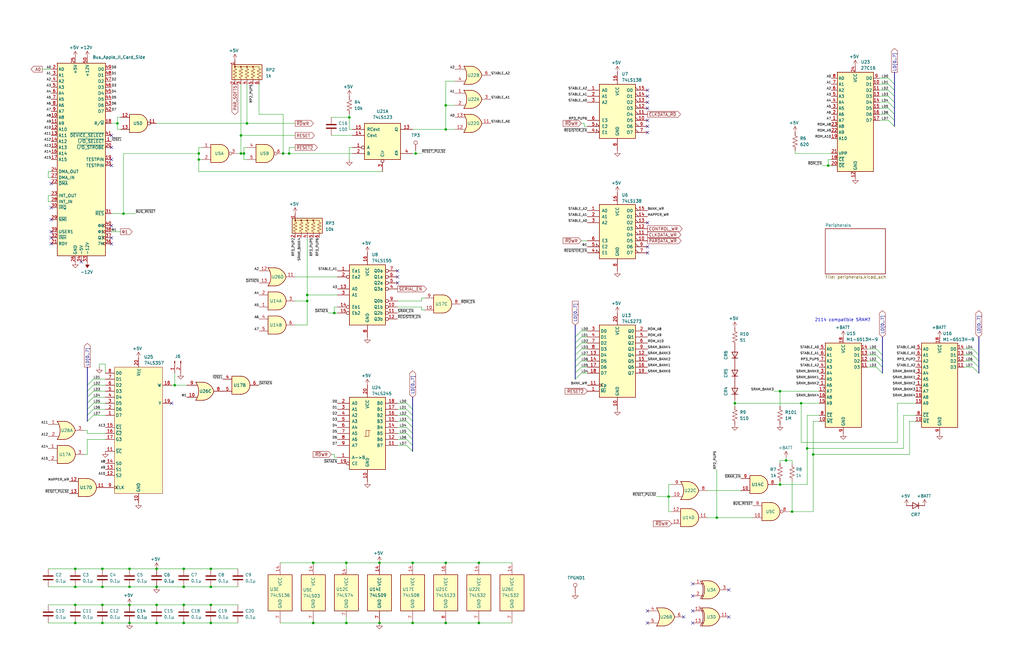
<source format=kicad_sch>
(kicad_sch (version 20231120) (generator "eeschema") (generator_version "8.0")
  (paper "USLedger")
  (title_block (title "Mountain Computer CPS Multifunction Card") (date "2024-08-20") (comment 2 "captured by Mark Aikens") (comment 3 "by Mountain Computer") (comment 4 "Multifunction Clock/Parallel/Serial interface for Apple II"))
  (junction (at 349.25 69.85))
  (junction (at 31.75 262.89))
  (junction (at 340.36 189.23))
  (junction (at 43.18 262.89))
  (junction (at 31.75 255.27))
  (junction (at 187.96 54.61))
  (junction (at 302.26 218.44))
  (junction (at 102.87 64.77))
  (junction (at 52.07 90.17))
  (junction (at 173.99 262.89))
  (junction (at 121.92 64.77))
  (junction (at 342.9 191.77))
  (junction (at 77.47 262.89))
  (junction (at 54.61 255.27))
  (junction (at 66.04 262.89))
  (junction (at 119.38 64.77))
  (junction (at 54.61 262.89))
  (junction (at 175.26 64.77))
  (junction (at 129.54 127))
  (junction (at 83.82 64.77))
  (junction (at 146.05 262.89))
  (junction (at 337.82 170.18))
  (junction (at 101.6 57.15))
  (junction (at 146.05 237.49))
  (junction (at 88.9 255.27))
  (junction (at 88.9 240.03))
  (junction (at 201.93 262.89))
  (junction (at 73.66 162.56))
  (junction (at 328.93 165.1))
  (junction (at 31.75 247.65))
  (junction (at 129.54 124.46))
  (junction (at 77.47 247.65))
  (junction (at 147.32 49.53))
  (junction (at 83.82 67.31))
  (junction (at 43.18 255.27))
  (junction (at 31.75 240.03))
  (junction (at 328.93 204.47))
  (junction (at 66.04 247.65))
  (junction (at 331.47 194.31))
  (junction (at 66.04 240.03))
  (junction (at 54.61 247.65))
  (junction (at 140.97 132.08))
  (junction (at 43.18 240.03))
  (junction (at 43.18 247.65))
  (junction (at 132.08 237.49))
  (junction (at 187.96 262.89))
  (junction (at 104.14 52.07))
  (junction (at 66.04 255.27))
  (junction (at 173.99 237.49))
  (junction (at 201.93 237.49))
  (junction (at 54.61 240.03))
  (junction (at 281.94 209.55))
  (junction (at 77.47 240.03))
  (junction (at 77.47 255.27))
  (junction (at 88.9 262.89))
  (junction (at 334.01 215.9))
  (junction (at 309.88 170.18))
  (junction (at 132.08 262.89))
  (junction (at 160.02 262.89))
  (junction (at 187.96 237.49))
  (junction (at 49.53 52.07))
  (junction (at 88.9 247.65))
  (junction (at 187.96 44.45))
  (junction (at 160.02 237.49))
  (junction (at 101.6 64.77))
  (no_connect (at 273.05 262.89))
  (no_connect (at 273.05 55.88))
  (no_connect (at 273.05 45.72))
  (no_connect (at 273.05 40.64))
  (no_connect (at 292.1 257.81))
  (no_connect (at 273.05 104.14))
  (no_connect (at 307.34 248.92))
  (no_connect (at 21.59 77.47))
  (no_connect (at 34.29 110.49))
  (no_connect (at 273.05 257.81))
  (no_connect (at 46.99 62.23))
  (no_connect (at 21.59 87.63))
  (no_connect (at 167.64 116.84))
  (no_connect (at 273.05 93.98))
  (no_connect (at 46.99 67.31))
  (no_connect (at 273.05 50.8))
  (no_connect (at 292.1 246.38))
  (no_connect (at 167.64 114.3))
  (no_connect (at 21.59 102.87))
  (no_connect (at 21.59 97.79))
  (no_connect (at 273.05 38.1))
  (no_connect (at 273.05 53.34))
  (no_connect (at 46.99 95.25))
  (no_connect (at 273.05 106.68))
  (no_connect (at 167.64 119.38))
  (no_connect (at 288.29 260.35))
  (no_connect (at 46.99 102.87))
  (no_connect (at 292.1 251.46))
  (no_connect (at 273.05 43.18))
  (no_connect (at 46.99 100.33))
  (no_connect (at 46.99 57.15))
  (no_connect (at 21.59 92.71))
  (no_connect (at 21.59 100.33))
  (no_connect (at 46.99 69.85))
  (no_connect (at 307.34 260.35))
  (no_connect (at 292.1 262.89))
  (no_connect (at 72.39 170.18))
  (bus_entry (at 374.65 40.64) (size 2.54 2.54))
  (bus_entry (at 171.45 172.72) (size 2.54 2.54))
  (bus_entry (at 410.21 154.94) (size 2.54 2.54))
  (bus_entry (at 410.21 149.86) (size 2.54 2.54))
  (bus_entry (at 245.11 149.86) (size -2.54 2.54))
  (bus_entry (at 171.45 187.96) (size 2.54 2.54))
  (bus_entry (at 171.45 170.18) (size 2.54 2.54))
  (bus_entry (at 374.65 35.56) (size 2.54 2.54))
  (bus_entry (at 39.37 172.72) (size -2.54 2.54))
  (bus_entry (at 374.65 43.18) (size 2.54 2.54))
  (bus_entry (at 171.45 185.42) (size 2.54 2.54))
  (bus_entry (at 374.65 45.72) (size 2.54 2.54))
  (bus_entry (at 39.37 167.64) (size -2.54 2.54))
  (bus_entry (at 39.37 165.1) (size -2.54 2.54))
  (bus_entry (at 245.11 144.78) (size -2.54 2.54))
  (bus_entry (at 410.21 152.4) (size 2.54 2.54))
  (bus_entry (at 245.11 152.4) (size -2.54 2.54))
  (bus_entry (at 374.65 50.8) (size 2.54 2.54))
  (bus_entry (at 374.65 48.26) (size 2.54 2.54))
  (bus_entry (at 374.65 33.02) (size 2.54 2.54))
  (bus_entry (at 39.37 160.02) (size -2.54 2.54))
  (bus_entry (at 369.57 149.86) (size 2.54 2.54))
  (bus_entry (at 369.57 152.4) (size 2.54 2.54))
  (bus_entry (at 39.37 162.56) (size -2.54 2.54))
  (bus_entry (at 39.37 175.26) (size -2.54 2.54))
  (bus_entry (at 171.45 180.34) (size 2.54 2.54))
  (bus_entry (at 410.21 147.32) (size 2.54 2.54))
  (bus_entry (at 171.45 175.26) (size 2.54 2.54))
  (bus_entry (at 245.11 147.32) (size -2.54 2.54))
  (bus_entry (at 171.45 182.88) (size 2.54 2.54))
  (bus_entry (at 171.45 177.8) (size 2.54 2.54))
  (bus_entry (at 369.57 147.32) (size 2.54 2.54))
  (bus_entry (at 245.11 142.24) (size -2.54 2.54))
  (bus_entry (at 245.11 154.94) (size -2.54 2.54))
  (bus_entry (at 245.11 157.48) (size -2.54 2.54))
  (bus_entry (at 369.57 154.94) (size 2.54 2.54))
  (bus_entry (at 39.37 170.18) (size -2.54 2.54))
  (bus_entry (at 374.65 38.1) (size 2.54 2.54))
  (bus_entry (at 245.11 139.7) (size -2.54 2.54))
  (wire (pts (xy 44.45 153.67) (xy 44.45 157.48)))
  (wire (pts (xy 167.64 177.8) (xy 171.45 177.8)))
  (wire (pts (xy 245.11 154.94) (xy 247.65 154.94)))
  (wire (pts (xy 302.26 198.12) (xy 302.26 218.44)))
  (bus (pts (xy 36.83 154.94) (xy 36.83 162.56)))
  (wire (pts (xy 350.52 69.85) (xy 349.25 69.85)))
  (wire (pts (xy 187.96 44.45) (xy 191.77 44.45)))
  (wire (pts (xy 406.4 152.4) (xy 410.21 152.4)))
  (wire (pts (xy 35.56 181.61) (xy 36.83 181.61)))
  (wire (pts (xy 35.56 191.77) (xy 36.83 191.77)))
  (bus (pts (xy 377.19 40.64) (xy 377.19 43.18)))
  (wire (pts (xy 327.66 204.47) (xy 328.93 204.47)))
  (wire (pts (xy 140.97 129.54) (xy 142.24 129.54)))
  (bus (pts (xy 36.83 165.1) (xy 36.83 167.64)))
  (wire (pts (xy 52.07 90.17) (xy 46.99 90.17)))
  (wire (pts (xy 46.99 97.79) (xy 50.8 97.79)))
  (wire (pts (xy 187.96 34.29) (xy 187.96 44.45)))
  (bus (pts (xy 377.19 43.18) (xy 377.19 45.72)))
  (wire (pts (xy 281.94 209.55) (xy 281.94 215.9)))
  (wire (pts (xy 83.82 72.39) (xy 161.29 72.39)))
  (wire (pts (xy 334.01 203.2) (xy 334.01 215.9)))
  (wire (pts (xy 167.64 175.26) (xy 171.45 175.26)))
  (wire (pts (xy 281.94 204.47) (xy 281.94 209.55)))
  (wire (pts (xy 139.7 49.53) (xy 147.32 49.53)))
  (wire (pts (xy 21.59 72.39) (xy 20.32 72.39)))
  (wire (pts (xy 52.07 90.17) (xy 57.15 90.17)))
  (wire (pts (xy 102.87 67.31) (xy 102.87 64.77)))
  (wire (pts (xy 77.47 240.03) (xy 88.9 240.03)))
  (wire (pts (xy 101.6 57.15) (xy 124.46 57.15)))
  (wire (pts (xy 39.37 165.1) (xy 44.45 165.1)))
  (wire (pts (xy 302.26 218.44) (xy 317.5 218.44)))
  (wire (pts (xy 337.82 170.18) (xy 337.82 186.69)))
  (wire (pts (xy 49.53 49.53) (xy 49.53 52.07)))
  (wire (pts (xy 118.11 237.49) (xy 132.08 237.49)))
  (wire (pts (xy 129.54 124.46) (xy 142.24 124.46)))
  (wire (pts (xy 36.83 191.77) (xy 36.83 185.42)))
  (wire (pts (xy 49.53 52.07) (xy 49.53 54.61)))
  (wire (pts (xy 245.11 101.6) (xy 247.65 101.6)))
  (wire (pts (xy 365.76 147.32) (xy 369.57 147.32)))
  (wire (pts (xy 129.54 100.33) (xy 129.54 124.46)))
  (wire (pts (xy 31.75 240.03) (xy 43.18 240.03)))
  (wire (pts (xy 118.11 262.89) (xy 132.08 262.89)))
  (bus (pts (xy 412.75 142.24) (xy 412.75 149.86)))
  (bus (pts (xy 377.19 30.48) (xy 377.19 35.56)))
  (wire (pts (xy 147.32 48.26) (xy 147.32 49.53)))
  (wire (pts (xy 66.04 247.65) (xy 77.47 247.65)))
  (wire (pts (xy 49.53 54.61) (xy 50.8 54.61)))
  (bus (pts (xy 377.19 48.26) (xy 377.19 50.8)))
  (wire (pts (xy 140.97 132.08) (xy 142.24 132.08)))
  (wire (pts (xy 85.09 62.23) (xy 83.82 62.23)))
  (wire (pts (xy 247.65 53.34) (xy 246.38 53.34)))
  (wire (pts (xy 334.01 215.9) (xy 342.9 215.9)))
  (wire (pts (xy 73.66 162.56) (xy 78.74 162.56)))
  (bus (pts (xy 372.11 152.4) (xy 372.11 154.94)))
  (wire (pts (xy 104.14 67.31) (xy 102.87 67.31)))
  (bus (pts (xy 242.57 157.48) (xy 242.57 160.02)))
  (wire (pts (xy 160.02 237.49) (xy 173.99 237.49)))
  (wire (pts (xy 39.37 170.18) (xy 44.45 170.18)))
  (wire (pts (xy 109.22 35.56) (xy 109.22 48.26)))
  (wire (pts (xy 44.45 153.67) (xy 41.91 153.67)))
  (bus (pts (xy 173.99 185.42) (xy 173.99 187.96)))
  (wire (pts (xy 50.8 49.53) (xy 49.53 49.53)))
  (wire (pts (xy 147.32 54.61) (xy 148.59 54.61)))
  (wire (pts (xy 160.02 262.89) (xy 173.99 262.89)))
  (wire (pts (xy 340.36 175.26) (xy 340.36 189.23)))
  (wire (pts (xy 139.7 191.77) (xy 140.97 191.77)))
  (wire (pts (xy 124.46 137.16) (xy 129.54 137.16)))
  (wire (pts (xy 245.11 147.32) (xy 247.65 147.32)))
  (bus (pts (xy 377.19 38.1) (xy 377.19 40.64)))
  (bus (pts (xy 242.57 142.24) (xy 242.57 144.78)))
  (wire (pts (xy 39.37 175.26) (xy 44.45 175.26)))
  (wire (pts (xy 83.82 62.23) (xy 83.82 64.77)))
  (wire (pts (xy 370.84 45.72) (xy 374.65 45.72)))
  (wire (pts (xy 381 189.23) (xy 381 175.26)))
  (bus (pts (xy 372.11 142.24) (xy 372.11 149.86)))
  (wire (pts (xy 370.84 38.1) (xy 374.65 38.1)))
  (wire (pts (xy 41.91 153.67) (xy 41.91 154.94)))
  (wire (pts (xy 340.36 189.23) (xy 381 189.23)))
  (wire (pts (xy 121.92 64.77) (xy 119.38 64.77)))
  (wire (pts (xy 328.93 203.2) (xy 328.93 204.47)))
  (bus (pts (xy 242.57 154.94) (xy 242.57 157.48)))
  (wire (pts (xy 167.64 172.72) (xy 171.45 172.72)))
  (wire (pts (xy 383.54 191.77) (xy 383.54 177.8)))
  (wire (pts (xy 20.32 74.93) (xy 21.59 74.93)))
  (wire (pts (xy 31.75 247.65) (xy 43.18 247.65)))
  (wire (pts (xy 121.92 62.23) (xy 121.92 64.77)))
  (wire (pts (xy 138.43 132.08) (xy 140.97 132.08)))
  (wire (pts (xy 121.92 62.23) (xy 124.46 62.23)))
  (wire (pts (xy 298.45 218.44) (xy 302.26 218.44)))
  (wire (pts (xy 370.84 50.8) (xy 374.65 50.8)))
  (wire (pts (xy 121.92 64.77) (xy 148.59 64.77)))
  (wire (pts (xy 365.76 154.94) (xy 369.57 154.94)))
  (wire (pts (xy 72.39 162.56) (xy 73.66 162.56)))
  (bus (pts (xy 173.99 167.64) (xy 173.99 172.72)))
  (wire (pts (xy 147.32 62.23) (xy 147.32 67.31)))
  (wire (pts (xy 132.08 237.49) (xy 146.05 237.49)))
  (wire (pts (xy 281.94 204.47) (xy 283.21 204.47)))
  (wire (pts (xy 46.99 52.07) (xy 49.53 52.07)))
  (wire (pts (xy 102.87 64.77) (xy 102.87 62.23)))
  (wire (pts (xy 350.52 64.77) (xy 335.28 64.77)))
  (bus (pts (xy 372.11 149.86) (xy 372.11 152.4)))
  (wire (pts (xy 77.47 262.89) (xy 88.9 262.89)))
  (bus (pts (xy 372.11 154.94) (xy 372.11 157.48)))
  (wire (pts (xy 177.8 125.73) (xy 177.8 127)))
  (wire (pts (xy 331.47 194.31) (xy 334.01 194.31)))
  (wire (pts (xy 201.93 262.89) (xy 215.9 262.89)))
  (wire (pts (xy 177.8 129.54) (xy 177.8 130.81)))
  (wire (pts (xy 370.84 43.18) (xy 374.65 43.18)))
  (bus (pts (xy 242.57 144.78) (xy 242.57 147.32)))
  (wire (pts (xy 167.64 182.88) (xy 171.45 182.88)))
  (wire (pts (xy 119.38 48.26) (xy 119.38 64.77)))
  (wire (pts (xy 83.82 67.31) (xy 83.82 64.77)))
  (wire (pts (xy 20.32 72.39) (xy 20.32 74.93)))
  (wire (pts (xy 39.37 167.64) (xy 44.45 167.64)))
  (wire (pts (xy 20.32 255.27) (xy 31.75 255.27)))
  (bus (pts (xy 412.75 149.86) (xy 412.75 152.4)))
  (wire (pts (xy 167.64 129.54) (xy 177.8 129.54)))
  (wire (pts (xy 66.04 262.89) (xy 77.47 262.89)))
  (wire (pts (xy 20.32 240.03) (xy 31.75 240.03)))
  (wire (pts (xy 337.82 170.18) (xy 345.44 170.18)))
  (wire (pts (xy 146.05 237.49) (xy 146.05 240.03)))
  (bus (pts (xy 36.83 172.72) (xy 36.83 175.26)))
  (bus (pts (xy 173.99 172.72) (xy 173.99 175.26)))
  (wire (pts (xy 132.08 262.89) (xy 146.05 262.89)))
  (wire (pts (xy 173.99 54.61) (xy 187.96 54.61)))
  (wire (pts (xy 340.36 189.23) (xy 340.36 204.47)))
  (wire (pts (xy 328.93 165.1) (xy 345.44 165.1)))
  (wire (pts (xy 54.61 255.27) (xy 66.04 255.27)))
  (wire (pts (xy 298.45 207.01) (xy 312.42 207.01)))
  (wire (pts (xy 88.9 262.89) (xy 100.33 262.89)))
  (wire (pts (xy 20.32 85.09) (xy 21.59 85.09)))
  (wire (pts (xy 173.99 262.89) (xy 187.96 262.89)))
  (wire (pts (xy 177.8 130.81) (xy 179.07 130.81)))
  (wire (pts (xy 102.87 62.23) (xy 104.14 62.23)))
  (wire (pts (xy 386.08 170.18) (xy 378.46 170.18)))
  (wire (pts (xy 146.05 260.35) (xy 146.05 262.89)))
  (wire (pts (xy 124.46 116.84) (xy 142.24 116.84)))
  (wire (pts (xy 309.88 168.91) (xy 309.88 170.18)))
  (wire (pts (xy 337.82 186.69) (xy 378.46 186.69)))
  (bus (pts (xy 242.57 149.86) (xy 242.57 152.4)))
  (wire (pts (xy 406.4 147.32) (xy 410.21 147.32)))
  (wire (pts (xy 342.9 177.8) (xy 342.9 191.77)))
  (wire (pts (xy 187.96 262.89) (xy 201.93 262.89)))
  (wire (pts (xy 146.05 262.89) (xy 160.02 262.89)))
  (wire (pts (xy 147.32 62.23) (xy 148.59 62.23)))
  (wire (pts (xy 43.18 255.27) (xy 54.61 255.27)))
  (wire (pts (xy 85.09 67.31) (xy 83.82 67.31)))
  (wire (pts (xy 378.46 170.18) (xy 378.46 186.69)))
  (wire (pts (xy 101.6 64.77) (xy 102.87 64.77)))
  (wire (pts (xy 342.9 191.77) (xy 342.9 215.9)))
  (wire (pts (xy 88.9 240.03) (xy 100.33 240.03)))
  (wire (pts (xy 187.96 237.49) (xy 201.93 237.49)))
  (wire (pts (xy 20.32 262.89) (xy 31.75 262.89)))
  (wire (pts (xy 77.47 255.27) (xy 88.9 255.27)))
  (wire (pts (xy 175.26 64.77) (xy 173.99 64.77)))
  (wire (pts (xy 20.32 247.65) (xy 31.75 247.65)))
  (wire (pts (xy 77.47 247.65) (xy 88.9 247.65)))
  (bus (pts (xy 173.99 180.34) (xy 173.99 182.88)))
  (wire (pts (xy 54.61 247.65) (xy 66.04 247.65)))
  (wire (pts (xy 173.99 237.49) (xy 187.96 237.49)))
  (wire (pts (xy 187.96 54.61) (xy 191.77 54.61)))
  (bus (pts (xy 173.99 177.8) (xy 173.99 180.34)))
  (wire (pts (xy 370.84 48.26) (xy 374.65 48.26)))
  (wire (pts (xy 66.04 255.27) (xy 77.47 255.27)))
  (wire (pts (xy 276.86 209.55) (xy 281.94 209.55)))
  (bus (pts (xy 173.99 182.88) (xy 173.99 185.42)))
  (wire (pts (xy 36.83 185.42) (xy 44.45 185.42)))
  (wire (pts (xy 140.97 129.54) (xy 140.97 132.08)))
  (wire (pts (xy 340.36 175.26) (xy 345.44 175.26)))
  (bus (pts (xy 36.83 175.26) (xy 36.83 177.8)))
  (wire (pts (xy 17.78 29.21) (xy 21.59 29.21)))
  (wire (pts (xy 406.4 154.94) (xy 410.21 154.94)))
  (bus (pts (xy 36.83 170.18) (xy 36.83 172.72)))
  (wire (pts (xy 109.22 48.26) (xy 119.38 48.26)))
  (wire (pts (xy 309.88 170.18) (xy 337.82 170.18)))
  (wire (pts (xy 124.46 127) (xy 129.54 127)))
  (wire (pts (xy 54.61 240.03) (xy 66.04 240.03)))
  (bus (pts (xy 377.19 35.56) (xy 377.19 38.1)))
  (wire (pts (xy 129.54 124.46) (xy 129.54 127)))
  (wire (pts (xy 187.96 54.61) (xy 187.96 44.45)))
  (bus (pts (xy 242.57 137.16) (xy 242.57 142.24)))
  (wire (pts (xy 39.37 162.56) (xy 44.45 162.56)))
  (wire (pts (xy 177.8 125.73) (xy 179.07 125.73)))
  (wire (pts (xy 167.64 170.18) (xy 171.45 170.18)))
  (wire (pts (xy 20.32 82.55) (xy 20.32 85.09)))
  (wire (pts (xy 167.64 185.42) (xy 171.45 185.42)))
  (wire (pts (xy 139.7 57.15) (xy 148.59 57.15)))
  (wire (pts (xy 52.07 90.17) (xy 52.07 64.77)))
  (wire (pts (xy 370.84 33.02) (xy 374.65 33.02)))
  (wire (pts (xy 281.94 215.9) (xy 283.21 215.9)))
  (wire (pts (xy 52.07 64.77) (xy 83.82 64.77)))
  (wire (pts (xy 370.84 35.56) (xy 374.65 35.56)))
  (wire (pts (xy 104.14 35.56) (xy 104.14 52.07)))
  (wire (pts (xy 335.28 64.77) (xy 335.28 63.5)))
  (wire (pts (xy 245.11 157.48) (xy 247.65 157.48)))
  (wire (pts (xy 309.88 170.18) (xy 309.88 171.45)))
  (wire (pts (xy 328.93 204.47) (xy 340.36 204.47)))
  (wire (pts (xy 140.97 193.04) (xy 142.24 193.04)))
  (wire (pts (xy 191.77 34.29) (xy 187.96 34.29)))
  (wire (pts (xy 345.44 177.8) (xy 342.9 177.8)))
  (wire (pts (xy 101.6 35.56) (xy 101.6 57.15)))
  (bus (pts (xy 412.75 152.4) (xy 412.75 154.94)))
  (wire (pts (xy 39.37 160.02) (xy 44.45 160.02)))
  (wire (pts (xy 328.93 194.31) (xy 328.93 195.58)))
  (wire (pts (xy 43.18 247.65) (xy 54.61 247.65)))
  (wire (pts (xy 334.01 194.31) (xy 334.01 195.58)))
  (wire (pts (xy 54.61 262.89) (xy 66.04 262.89)))
  (wire (pts (xy 66.04 240.03) (xy 77.47 240.03)))
  (wire (pts (xy 146.05 237.49) (xy 160.02 237.49)))
  (wire (pts (xy 167.64 180.34) (xy 171.45 180.34)))
  (wire (pts (xy 100.33 64.77) (xy 101.6 64.77)))
  (bus (pts (xy 173.99 187.96) (xy 173.99 190.5)))
  (wire (pts (xy 31.75 255.27) (xy 43.18 255.27)))
  (bus (pts (xy 242.57 147.32) (xy 242.57 149.86)))
  (wire (pts (xy 83.82 72.39) (xy 83.82 67.31)))
  (wire (pts (xy 283.21 209.55) (xy 281.94 209.55)))
  (wire (pts (xy 245.11 152.4) (xy 247.65 152.4)))
  (bus (pts (xy 36.83 167.64) (xy 36.83 170.18)))
  (wire (pts (xy 370.84 40.64) (xy 374.65 40.64)))
  (wire (pts (xy 331.47 193.04) (xy 331.47 194.31)))
  (wire (pts (xy 381 175.26) (xy 386.08 175.26)))
  (wire (pts (xy 326.39 165.1) (xy 328.93 165.1)))
  (wire (pts (xy 129.54 127) (xy 129.54 137.16)))
  (wire (pts (xy 175.26 63.5) (xy 175.26 64.77)))
  (wire (pts (xy 36.83 182.88) (xy 44.45 182.88)))
  (wire (pts (xy 88.9 247.65) (xy 100.33 247.65)))
  (bus (pts (xy 173.99 175.26) (xy 173.99 177.8)))
  (wire (pts (xy 167.64 187.96) (xy 171.45 187.96)))
  (wire (pts (xy 328.93 194.31) (xy 331.47 194.31)))
  (wire (pts (xy 101.6 64.77) (xy 101.6 57.15)))
  (wire (pts (xy 177.8 127) (xy 167.64 127)))
  (wire (pts (xy 245.11 142.24) (xy 247.65 142.24)))
  (wire (pts (xy 175.26 64.77) (xy 177.8 64.77)))
  (wire (pts (xy 406.4 149.86) (xy 410.21 149.86)))
  (wire (pts (xy 342.9 191.77) (xy 383.54 191.77)))
  (wire (pts (xy 245.11 149.86) (xy 247.65 149.86)))
  (wire (pts (xy 31.75 262.89) (xy 43.18 262.89)))
  (wire (pts (xy 328.93 165.1) (xy 328.93 171.45)))
  (bus (pts (xy 377.19 45.72) (xy 377.19 48.26)))
  (wire (pts (xy 245.11 52.07) (xy 246.38 52.07)))
  (wire (pts (xy 346.71 69.85) (xy 349.25 69.85)))
  (bus (pts (xy 242.57 152.4) (xy 242.57 154.94)))
  (wire (pts (xy 365.76 149.86) (xy 369.57 149.86)))
  (wire (pts (xy 245.11 144.78) (xy 247.65 144.78)))
  (wire (pts (xy 43.18 240.03) (xy 54.61 240.03)))
  (wire (pts (xy 39.37 172.72) (xy 44.45 172.72)))
  (wire (pts (xy 349.25 69.85) (xy 349.25 67.31)))
  (wire (pts (xy 349.25 67.31) (xy 350.52 67.31)))
  (bus (pts (xy 412.75 154.94) (xy 412.75 157.48)))
  (wire (pts (xy 88.9 255.27) (xy 100.33 255.27)))
  (wire (pts (xy 21.59 82.55) (xy 20.32 82.55)))
  (wire (pts (xy 245.11 139.7) (xy 247.65 139.7)))
  (bus (pts (xy 36.83 162.56) (xy 36.83 165.1)))
  (wire (pts (xy 124.46 52.07) (xy 104.14 52.07)))
  (wire (pts (xy 43.18 262.89) (xy 54.61 262.89)))
  (wire (pts (xy 201.93 237.49) (xy 215.9 237.49)))
  (wire (pts (xy 140.97 191.77) (xy 140.97 193.04)))
  (wire (pts (xy 383.54 177.8) (xy 386.08 177.8)))
  (wire (pts (xy 73.66 157.48) (xy 73.66 162.56)))
  (wire (pts (xy 246.38 53.34) (xy 246.38 52.07)))
  (wire (pts (xy 36.83 181.61) (xy 36.83 182.88)))
  (wire (pts (xy 332.74 215.9) (xy 334.01 215.9)))
  (wire (pts (xy 104.14 52.07) (xy 66.04 52.07)))
  (bus (pts (xy 377.19 50.8) (xy 377.19 53.34)))
  (wire (pts (xy 365.76 152.4) (xy 369.57 152.4)))
  (wire (pts (xy 147.32 49.53) (xy 147.32 54.61)))
  (text "2114 compatible SRAM?" (at 355.346 135.128 0) (effects (font (size 1.27 1.27))))
  (label "LD7" (at 245.11 149.86 0) (effects (font (size 1 1))))
  (label "STABLE_A1" (at 142.24 114.3 180) (effects (font (size 1 1))))
  (label "A1" (at 191.77 39.37 180) (effects (font (size 1 1))))
  (label "~{RESET_PULSE}" (at 276.86 209.55 180) (effects (font (size 1 1))))
  (label "D6" (at 46.99 44.45 0) (effects (font (size 1 1))))
  (label "A3" (at 21.59 36.83 180) (effects (font (size 1 1))))
  (label "LD2" (at 374.65 38.1 180) (effects (font (size 1 1))))
  (label "LD2" (at 369.57 152.4 180) (effects (font (size 1 1))))
  (label "RP2_PUP5" (at 302.26 198.12 90) (effects (font (size 1 1))))
  (label "ROM_A9" (at 350.52 55.88 180) (effects (font (size 1 1))))
  (label "A10" (at 44.45 200.66 180) (effects (font (size 1 1))))
  (label "A9" (at 21.59 52.07 180) (effects (font (size 1 1))))
  (label "A0" (at 21.59 29.21 180) (effects (font (size 1 1))))
  (label "LD3" (at 369.57 154.94 180) (effects (font (size 1 1))))
  (label "LD7" (at 410.21 154.94 180) (effects (font (size 1 1))))
  (label "LD2" (at 39.37 162.56 0) (effects (font (size 1 1))))
  (label "STABLE_A1" (at 247.65 91.44 180) (effects (font (size 1 1))))
  (label "A7" (at 109.22 139.7 180) (effects (font (size 1 1))))
  (label "STABLE_A1" (at 345.44 149.86 180) (effects (font (size 1 1))))
  (label "LD0" (at 171.45 170.18 180) (effects (font (size 1 1))))
  (label "LD3" (at 245.11 147.32 0) (effects (font (size 1 1))))
  (label "A5" (at 21.59 41.91 180) (effects (font (size 1 1))))
  (label "D2" (at 142.24 175.26 180) (effects (font (size 1 1))))
  (label "SRAM_BANK0" (at 345.44 157.48 180) (effects (font (size 1 1))))
  (label "A9" (at 44.45 198.12 180) (effects (font (size 1 1))))
  (label "~{DATAEN}" (at 109.22 119.38 180) (effects (font (size 1 1))))
  (label "A13" (at 21.59 62.23 180) (effects (font (size 1 1))))
  (label "ROM_A9" (at 273.05 142.24 0) (effects (font (size 1 1))))
  (label "LD1" (at 39.37 160.02 0) (effects (font (size 1 1))))
  (label "RP2_PUP5" (at 106.68 35.56 270) (effects (font (size 1 1))))
  (label "A14" (at 21.59 64.77 180) (effects (font (size 1 1))))
  (label "A5" (at 350.52 45.72 180) (effects (font (size 1 1))))
  (label "A3" (at 350.52 40.64 180) (effects (font (size 1 1))))
  (label "LD7" (at 374.65 50.8 180) (effects (font (size 1 1))))
  (label "D1" (at 46.99 31.75 0) (effects (font (size 1 1))))
  (label "LD3" (at 171.45 177.8 180) (effects (font (size 1 1))))
  (label "MAPPER_WR" (at 273.05 91.44 0) (effects (font (size 1 1))))
  (label "RP3_PUP2" (at 124.46 100.33 270) (effects (font (size 1 1))))
  (label "A6" (at 109.22 134.62 180) (effects (font (size 1 1))))
  (label "LD2" (at 171.45 175.26 180) (effects (font (size 1 1))))
  (label "A4" (at 350.52 43.18 180) (effects (font (size 1 1))))
  (label "D3" (at 46.99 36.83 0) (effects (font (size 1 1))))
  (label "A4" (at 109.22 124.46 180) (effects (font (size 1 1))))
  (label "A2" (at 191.77 29.21 180) (effects (font (size 1 1))))
  (label "D6" (at 142.24 185.42 180) (effects (font (size 1 1))))
  (label "LD5" (at 410.21 149.86 180) (effects (font (size 1 1))))
  (label "D0" (at 142.24 170.18 180) (effects (font (size 1 1))))
  (label "LD5" (at 245.11 154.94 0) (effects (font (size 1 1))))
  (label "LD7" (at 171.45 187.96 180) (effects (font (size 1 1))))
  (label "~{BUS_RESET}" (at 317.5 213.36 180) (effects (font (size 1 1))))
  (label "LD1" (at 369.57 149.86 180) (effects (font (size 1 1))))
  (label "A15" (at 20.32 194.31 180) (effects (font (size 1 1))))
  (label "LD1" (at 245.11 142.24 0) (effects (font (size 1 1))))
  (label "SRAM_BANK3" (at 386.08 165.1 180) (effects (font (size 1 1))))
  (label "~{IOSEL}" (at 46.99 59.69 0) (effects (font (size 1 1))))
  (label "ROM_A8" (at 273.05 139.7 0) (effects (font (size 1 1))))
  (label "~{DATAEN}" (at 109.22 162.56 0) (effects (font (size 1 1))))
  (label "LD4" (at 245.11 157.48 0) (effects (font (size 1 1))))
  (label "Φ1" (at 78.74 167.64 180) (effects (font (size 1 1))))
  (label "STABLE_A2" (at 247.65 88.9 180) (effects (font (size 1 1))))
  (label "A14" (at 20.32 189.23 180) (effects (font (size 1 1))))
  (label "STABLE_A1" (at 207.01 41.91 0) (effects (font (size 1 1))))
  (label "LD6" (at 171.45 185.42 180) (effects (font (size 1 1))))
  (label "LD6" (at 39.37 172.72 0) (effects (font (size 1 1))))
  (label "SRAM_BANK2" (at 273.05 152.4 0) (effects (font (size 1 1))))
  (label "A10" (at 21.59 54.61 180) (effects (font (size 1 1))))
  (label "A6" (at 350.52 48.26 180) (effects (font (size 1 1))))
  (label "LD5" (at 39.37 170.18 0) (effects (font (size 1 1))))
  (label "A7" (at 21.59 46.99 180) (effects (font (size 1 1))))
  (label "A2" (at 21.59 34.29 180) (effects (font (size 1 1))))
  (label "A1" (at 21.59 31.75 180) (effects (font (size 1 1))))
  (label "A0" (at 191.77 49.53 180) (effects (font (size 1 1))))
  (label "RP3_PUP6" (at 134.62 100.33 270) (effects (font (size 1 1))))
  (label "A2" (at 350.52 38.1 180) (effects (font (size 1 1))))
  (label "A7" (at 350.52 50.8 180) (effects (font (size 1 1))))
  (label "Φ1" (at 46.99 97.79 0) (effects (font (size 1 1))))
  (label "SRAM_BANK2" (at 345.44 162.56 180) (effects (font (size 1 1))))
  (label "SRAM_BANK4" (at 345.44 167.64 180) (effects (font (size 1 1))))
  (label "LD4" (at 410.21 147.32 180) (effects (font (size 1 1))))
  (label "A2" (at 109.22 114.3 180) (effects (font (size 1 1))))
  (label "LD4" (at 374.65 43.18 180) (effects (font (size 1 1))))
  (label "SRAM_BANK4" (at 386.08 167.64 180) (effects (font (size 1 1))))
  (label "A6" (at 21.59 44.45 180) (effects (font (size 1 1))))
  (label "STABLE_A1" (at 247.65 40.64 180) (effects (font (size 1 1))))
  (label "LD6" (at 410.21 152.4 180) (effects (font (size 1 1))))
  (label "SRAM_BANK1" (at 345.44 160.02 180) (effects (font (size 1 1))))
  (label "A15" (at 21.59 67.31 180) (effects (font (size 1 1))))
  (label "MAPPER_WR" (at 29.21 203.2 180) (effects (font (size 1 1))))
  (label "LD3" (at 39.37 165.1 0) (effects (font (size 1 1))))
  (label "~{SRAM_EN}" (at 312.42 201.93 180) (effects (font (size 1 1))))
  (label "SRAM_BANK4" (at 127 100.33 270) (effects (font (size 1 1))))
  (label "D2" (at 46.99 34.29 0) (effects (font (size 1 1))))
  (label "SRAM_BANK0" (at 386.08 157.48 180) (effects (font (size 1 1))))
  (label "STABLE_A2" (at 345.44 154.94 180) (effects (font (size 1 1))))
  (label "A0" (at 350.52 33.02 180) (effects (font (size 1 1))))
  (label "STABLE_A2" (at 207.01 31.75 0) (effects (font (size 1 1))))
  (label "SRAM_BANK3" (at 273.05 149.86 0) (effects (font (size 1 1))))
  (label "RP3_PUP5" (at 132.08 100.33 270) (effects (font (size 1 1))))
  (label "LD1" (at 374.65 35.56 180) (effects (font (size 1 1))))
  (label "SRAM_BANK4" (at 273.05 147.32 0) (effects (font (size 1 1))))
  (label "A11" (at 21.59 57.15 180) (effects (font (size 1 1))))
  (label "RP3_PUP6" (at 247.65 50.8 180) (effects (font (size 1 1))))
  (label "LD0" (at 369.57 147.32 180) (effects (font (size 1 1))))
  (label "~{IOSEL}" (at 93.98 160.02 180) (effects (font (size 1 1))))
  (label "LD4" (at 39.37 167.64 0) (effects (font (size 1 1))))
  (label "RP3_PUP2" (at 386.08 152.4 180) (effects (font (size 1 1))))
  (label "LD6" (at 245.11 152.4 0) (effects (font (size 1 1))))
  (label "~{SRAM_EN}" (at 167.64 132.08 0) (effects (font (size 1 1))))
  (label "A12" (at 20.32 184.15 180) (effects (font (size 1 1))))
  (label "LD6" (at 374.65 48.26 180) (effects (font (size 1 1))))
  (label "LD2" (at 245.11 144.78 0) (effects (font (size 1 1))))
  (label "~{RESET_PULSE}" (at 177.8 64.77 0) (effects (font (size 1 1))))
  (label "D4" (at 142.24 180.34 180) (effects (font (size 1 1))))
  (label "STABLE_A0" (at 247.65 43.18 180) (effects (font (size 1 1))))
  (label "Φ1" (at 247.65 104.14 180) (effects (font (size 1 1))))
  (label "LD5" (at 374.65 45.72 180) (effects (font (size 1 1))))
  (label "A13" (at 44.45 180.34 180) (effects (font (size 1 1))))
  (label "D1" (at 142.24 172.72 180) (effects (font (size 1 1))))
  (label "STABLE_A2" (at 247.65 38.1 180) (effects (font (size 1 1))))
  (label "LD5" (at 171.45 182.88 180) (effects (font (size 1 1))))
  (label "~{ROM_EN}" (at 346.71 69.85 180) (effects (font (size 1 1))))
  (label "STABLE_A0" (at 345.44 147.32 180) (effects (font (size 1 1))))
  (label "BANK_WR" (at 247.65 162.56 180) (effects (font (size 1 1))))
  (label "A12" (at 21.59 59.69 180) (effects (font (size 1 1))))
  (label "~{RESET_PULSE}" (at 29.21 208.28 180) (effects (font (size 1 1))))
  (label "~{DATAEN}" (at 138.43 132.08 180) (effects (font (size 1 1))))
  (label "D5" (at 46.99 41.91 0) (effects (font (size 1 1))))
  (label "STABLE_A2" (at 386.08 154.94 180) (effects (font (size 1 1))))
  (label "A1" (at 350.52 35.56 180) (effects (font (size 1 1))))
  (label "D3" (at 142.24 177.8 180) (effects (font (size 1 1))))
  (label "~{REGISTER_EN}" (at 247.65 55.88 180) (effects (font (size 1 1))))
  (label "ROM_A10" (at 273.05 144.78 0) (effects (font (size 1 1))))
  (label "~{DATAEN}" (at 142.24 195.58 180) (effects (font (size 1 1))))
  (label "LD4" (at 171.45 180.34 180) (effects (font (size 1 1))))
  (label "~{BUS_RESET}" (at 57.15 90.17 0) (effects (font (size 1 1))))
  (label "A8" (at 21.59 49.53 180) (effects (font (size 1 1))))
  (label "ROM_A8" (at 350.52 53.34 180) (effects (font (size 1 1))))
  (label "~{REGISTER_EN}" (at 167.64 134.62 0) (effects (font (size 1 1))))
  (label "D4" (at 46.99 39.37 0) (effects (font (size 1 1))))
  (label "SRAM_BANK1" (at 386.08 160.02 180) (effects (font (size 1 1))))
  (label "~{REGISTER_EN}" (at 247.65 106.68 180) (effects (font (size 1 1))))
  (label "SRAM_BANK1" (at 273.05 154.94 0) (effects (font (size 1 1))))
  (label "A4" (at 21.59 39.37 180) (effects (font (size 1 1))))
  (label "LD1" (at 171.45 172.72 180) (effects (font (size 1 1))))
  (label "SRAM_BANK3" (at 326.39 165.1 180) (effects (font (size 1 1))))
  (label "A3" (at 142.24 121.92 180) (effects (font (size 1 1))))
  (label "LD0" (at 374.65 33.02 180) (effects (font (size 1 1))))
  (label "A5" (at 109.22 129.54 180) (effects (font (size 1 1))))
  (label "STABLE_A1" (at 386.08 149.86 180) (effects (font (size 1 1))))
  (label "ROM_A10" (at 350.52 58.42 180) (effects (font (size 1 1))))
  (label "STABLE_A0" (at 386.08 147.32 180) (effects (font (size 1 1))))
  (label "A8" (at 44.45 195.58 180) (effects (font (size 1 1))))
  (label "A11" (at 20.32 179.07 180) (effects (font (size 1 1))))
  (label "D7" (at 142.24 187.96 180) (effects (font (size 1 1))))
  (label "STABLE_A0" (at 207.01 52.07 0) (effects (font (size 1 1))))
  (label "LD3" (at 374.65 40.64 180) (effects (font (size 1 1))))
  (label "STABLE_A0" (at 247.65 93.98 180) (effects (font (size 1 1))))
  (label "D7" (at 46.99 46.99 0) (effects (font (size 1 1))))
  (label "D5" (at 142.24 182.88 180) (effects (font (size 1 1))))
  (label "SRAM_BANK0" (at 273.05 157.48 0) (effects (font (size 1 1))))
  (label "SRAM_BANK2" (at 386.08 162.56 180) (effects (font (size 1 1))))
  (label "~{ROM_EN}" (at 194.31 128.27 0) (effects (font (size 1 1))))
  (label "BANK_WR" (at 273.05 88.9 0) (effects (font (size 1 1))))
  (label "D0" (at 46.99 29.21 0) (effects (font (size 1 1))))
  (label "LD7" (at 39.37 175.26 0) (effects (font (size 1 1))))
  (label "RP3_PUP5" (at 345.44 152.4 180) (effects (font (size 1 1))))
  (label "LD0" (at 245.11 139.7 0) (effects (font (size 1 1))))
  (global_label "CLKDATA_WR" (shape output) (at 273.05 99.06 0) (property "Intersheetrefs" "${INTERSHEET_REFS}" (effects (hide yes))))
  (global_label "Φ1" (shape output) (at 50.8 97.79 0) (property "Intersheetrefs" "${INTERSHEET_REFS}" (effects (hide yes))))
  (global_label "LD[0..7]" (shape output) (at 377.19 30.48 90) (property "Intersheetrefs" "${INTERSHEET_REFS}" (effects (hide yes))))
  (global_label "~{RD}WR" (shape input) (at 139.7 191.77 180) (property "Intersheetrefs" "${INTERSHEET_REFS}" (effects (hide yes))))
  (global_label "LD[0..7]" (shape bidirectional) (at 412.75 142.24 90) (property "Intersheetrefs" "${INTERSHEET_REFS}" (effects (hide yes))))
  (global_label "~{RESET2}" (shape output) (at 124.46 62.23 0) (property "Intersheetrefs" "${INTERSHEET_REFS}" (effects (hide yes))))
  (global_label "CONTROL_WR" (shape output) (at 273.05 96.52 0) (property "Intersheetrefs" "${INTERSHEET_REFS}" (effects (hide yes))))
  (global_label "PAR_SOFT5" (shape output) (at 99.06 35.56 270) (property "Intersheetrefs" "${INTERSHEET_REFS}" (effects (hide yes))))
  (global_label "LD[0..7]" (shape output) (at 36.83 154.94 90) (property "Intersheetrefs" "${INTERSHEET_REFS}" (effects (hide yes))))
  (global_label "~{RD}WR" (shape input) (at 245.11 101.6 180) (property "Intersheetrefs" "${INTERSHEET_REFS}" (effects (hide yes))))
  (global_label "RESET" (shape output) (at 124.46 57.15 0) (property "Intersheetrefs" "${INTERSHEET_REFS}" (effects (hide yes))))
  (global_label "LD[0..7]" (shape bidirectional) (at 372.11 142.24 90) (property "Intersheetrefs" "${INTERSHEET_REFS}" (effects (hide yes))))
  (global_label "~{RD}WR" (shape input) (at 245.11 52.07 180) (property "Intersheetrefs" "${INTERSHEET_REFS}" (effects (hide yes))))
  (global_label "A0" (shape output) (at 17.78 29.21 180) (property "Intersheetrefs" "${INTERSHEET_REFS}" (effects (hide yes))))
  (global_label "~{SERIAL_EN}" (shape output) (at 167.64 121.92 0) (property "Intersheetrefs" "${INTERSHEET_REFS}" (effects (hide yes))))
  (global_label "LD[0..7]" (shape bidirectional) (at 173.99 167.64 90) (property "Intersheetrefs" "${INTERSHEET_REFS}" (effects (hide yes))))
  (global_label "~{RD}WR" (shape input) (at 283.21 220.98 180) (property "Intersheetrefs" "${INTERSHEET_REFS}" (effects (hide yes))))
  (global_label "~{CLKDATA_RD}" (shape output) (at 273.05 48.26 0) (property "Intersheetrefs" "${INTERSHEET_REFS}" (effects (hide yes))))
  (global_label "~{RD}WR" (shape output) (at 124.46 52.07 0) (property "Intersheetrefs" "${INTERSHEET_REFS}" (effects (hide yes))))
  (global_label "~{PARDATA_WR}" (shape output) (at 273.05 101.6 0) (property "Intersheetrefs" "${INTERSHEET_REFS}" (effects (hide yes))))
  (global_label "LD[0..7]" (shape input) (at 242.57 137.16 90) (property "Intersheetrefs" "${INTERSHEET_REFS}" (effects (hide yes))))
  (global_label "~{RESET2}" (shape input) (at 247.65 165.1 180) (property "Intersheetrefs" "${INTERSHEET_REFS}" (effects (hide yes))))
  (symbol (lib_id "74xx:74LS08") (at 36.83 205.74 0) (unit 4)
    (property "Reference" "U17" (at 36.322 205.74 0))
    (property "Value" "74LS08" (effects (hide yes)))
    (property "Datasheet" "http://www.ti.com/lit/gpn/sn74LS08" (effects (hide yes)))
    (property "Description" "Quad And2" (effects (hide yes)))
  )
  (symbol (lib_id "power:+12V") (at 36.83 24.13 0) (unit 1)
    (property "Reference" "#PWR03" (effects (hide yes)))
    (property "Value" "+12V" (at 36.322 20.066 0))
    (property "Description" "Power symbol creates a global label with name \"+12V\"" (effects (hide yes)))
  )
  (symbol (lib_id "power:GND") (at 309.88 179.07 0) (unit 1)
    (property "Reference" "#PWR080" (effects (hide yes)))
    (property "Value" "GND" (effects (hide yes)))
    (property "Description" "Power symbol creates a global label with name \"GND\" , ground" (effects (hide yes)))
  )
  (symbol (lib_id "74xx:74LS32") (at 116.84 116.84 0) (unit 4)
    (property "Reference" "U26" (at 117.094 116.84 0))
    (property "Value" "74LS32" (effects (hide yes)))
    (property "Datasheet" "http://www.ti.com/lit/gpn/sn74LS32" (effects (hide yes)))
    (property "Description" "Quad 2-input OR" (effects (hide yes)))
  )
  (symbol (lib_id "74xx:74LS32") (at 86.36 165.1 0) (unit 3)
    (property "Reference" "U26" (at 86.614 165.1 0))
    (property "Value" "74LS32" (effects (hide yes)))
    (property "Datasheet" "http://www.ti.com/lit/gpn/sn74LS32" (effects (hide yes)))
    (property "Description" "Quad 2-input OR" (effects (hide yes)))
  )
  (symbol (lib_id "Device:R_US") (at 328.93 175.26 0) (unit 1)
    (property "Reference" "R101" (at 330.962 173.99 0) (effects (justify left)))
    (property "Value" "1M" (at 330.962 176.53 0) (effects (justify left)))
    (property "Description" "Resistor, US symbol" (effects (hide yes)))
  )
  (symbol (lib_id "74xx:74LS03") (at 325.12 215.9 0) (unit 3)
    (property "Reference" "U5" (at 324.866 215.9 0))
    (property "Value" "74LS03" (effects (hide yes)))
    (property "Datasheet" "http://www.ti.com/lit/gpn/sn74LS03" (effects (hide yes)))
    (property "Description" "Quad 2-input NAND open collector" (effects (hide yes)))
  )
  (symbol (lib_id "Device:R_Network05_US") (at 104.14 30.48 0) (unit 1)
    (property "Reference" "RP2" (at 112.014 29.464 0) (effects (justify left)))
    (property "Value" "1k" (at 112.014 32.004 0) (effects (justify left)))
    (property "Footprint" "Resistor_THT:R_Array_SIP6" (effects (hide yes)))
    (property "Datasheet" "http://www.vishay.com/docs/31509/csc.pdf" (effects (hide yes)))
    (property "Description" "5 resistor network, star topology, bussed resistors, small US symbol" (effects (hide yes)))
  )
  (symbol (lib_id "Device:R_US") (at 147.32 44.45 0) (unit 1)
    (property "Reference" "R4" (at 149.352 43.18 0) (effects (justify left)))
    (property "Value" "10k" (at 149.352 45.72 0) (effects (justify left)))
    (property "Description" "Resistor, US symbol" (effects (hide yes)))
  )
  (symbol (lib_id "power:+5V") (at 335.28 55.88 0) (unit 1)
    (property "Reference" "#PWR058" (effects (hide yes)))
    (property "Value" "+5V" (at 334.772 51.816 0))
    (property "Description" "Power symbol creates a global label with name \"+5V\"" (effects (hide yes)))
  )
  (symbol (lib_id "74xx:74LS273") (at 260.35 152.4 0) (unit 1)
    (property "Reference" "U13" (at 262.128 133.096 0) (effects (justify left)))
    (property "Value" "74LS273" (at 262.128 135.636 0) (effects (justify left)))
    (property "Datasheet" "http://www.ti.com/lit/gpn/sn74LS273" (effects (hide yes)))
    (property "Description" "8-bit D Flip-Flop, reset" (effects (hide yes)))
  )
  (symbol (lib_id "74xx:74LS08") (at 27.94 191.77 0) (unit 1)
    (property "Reference" "U17" (at 27.432 191.77 0))
    (property "Value" "74LS08" (effects (hide yes)))
    (property "Datasheet" "http://www.ti.com/lit/gpn/sn74LS08" (effects (hide yes)))
    (property "Description" "Quad And2" (effects (hide yes)))
  )
  (symbol (lib_id "74xx:74LS138") (at 260.35 45.72 0) (unit 1)
    (property "Reference" "U7" (at 262.128 31.242 0) (effects (justify left)))
    (property "Value" "74LS138" (at 262.128 33.782 0) (effects (justify left)))
    (property "Datasheet" "http://www.ti.com/lit/gpn/sn74LS138" (effects (hide yes)))
    (property "Description" "Decoder 3 to 8 active low outputs" (effects (hide yes)))
  )
  (symbol (lib_id "74xx:74LS136") (at 299.72 248.92 0) (unit 1)
    (property "Reference" "U3" (at 299.974 248.92 0))
    (property "Value" "74LS136" (effects (hide yes)))
    (property "Datasheet" "http://www.ti.com/lit/ds/symlink/sn54ls136.pdf" (effects (hide yes)))
    (property "Description" "Quad 2-input XOR Open Collector" (effects (hide yes)))
  )
  (symbol (lib_id "power:+5V") (at 360.68 27.94 0) (unit 1)
    (property "Reference" "#PWR024" (effects (hide yes)))
    (property "Value" "+5V" (at 360.172 23.876 0))
    (property "Description" "Power symbol creates a global label with name \"+5V\"" (effects (hide yes)))
  )
  (symbol (lib_id "power:+5V") (at 154.94 106.68 0) (unit 1)
    (property "Reference" "#PWR042" (effects (hide yes)))
    (property "Value" "+5V" (at 154.432 102.616 0))
    (property "Description" "Power symbol creates a global label with name \"+5V\"" (effects (hide yes)))
  )
  (symbol (lib_id "power:+BATT") (at 355.6 142.24 0) (unit 1)
    (property "Reference" "#PWR077" (effects (hide yes)))
    (property "Value" "+BATT" (at 355.346 138.176 0))
    (property "Description" "Power symbol creates a global label with name \"+BATT\"" (effects (hide yes)))
  )
  (symbol (lib_id "74xx:74LS08") (at 173.99 250.19 0) (unit 5)
    (property "Reference" "U17" (at 169.672 248.666 0) (effects (justify left)))
    (property "Value" "74LS08" (at 169.672 251.206 0) (effects (justify left)))
    (property "Datasheet" "http://www.ti.com/lit/gpn/sn74LS08" (effects (hide yes)))
    (property "Description" "Quad And2" (effects (hide yes)))
  )
  (symbol (lib_id "74xx:74LS03") (at 92.71 64.77 0) (unit 1)
    (property "Reference" "U5" (at 92.456 64.77 0))
    (property "Value" "74LS03" (effects (hide yes)))
    (property "Datasheet" "http://www.ti.com/lit/gpn/sn74LS03" (effects (hide yes)))
    (property "Description" "Quad 2-input NAND open collector" (effects (hide yes)))
  )
  (symbol (lib_id "Device:C") (at 88.9 259.08 0) (unit 1)
    (property "Reference" "C19" (at 91.948 257.81 0) (effects (justify left)))
    (property "Value" "0.1µ" (at 91.948 260.35 0) (effects (justify left)))
    (property "Description" "Unpolarized capacitor" (effects (hide yes)))
  )
  (symbol (lib_id "power:GND") (at 355.6 182.88 0) (unit 1)
    (property "Reference" "#PWR044" (effects (hide yes)))
    (property "Value" "GND" (effects (hide yes)))
    (property "Description" "Power symbol creates a global label with name \"GND\" , ground" (effects (hide yes)))
  )
  (symbol (lib_id "Device:R_Network05_US") (at 129.54 95.25 0) (unit 1)
    (property "Reference" "RP3" (at 137.16 94.234 0) (effects (justify left)))
    (property "Value" "10k" (at 137.16 96.774 0) (effects (justify left)))
    (property "Footprint" "Resistor_THT:R_Array_SIP6" (effects (hide yes)))
    (property "Datasheet" "http://www.vishay.com/docs/31509/csc.pdf" (effects (hide yes)))
    (property "Description" "5 resistor network, star topology, bussed resistors, small US symbol" (effects (hide yes)))
  )
  (symbol (lib_id "Device:D") (at 386.08 213.36 180) (unit 1)
    (property "Reference" "CR7" (at 386.08 217.17 0))
    (property "Value" "D" (effects (hide yes)))
    (property "Description" "Diode" (effects (hide yes)))
    (property "Sim.Device" "D" (effects (hide yes)))
    (property "Sim.Pins" "1=K 2=A" (effects (hide yes)))
  )
  (symbol (lib_id "Device:D") (at 309.88 157.48 90) (unit 1)
    (property "Reference" "CR5" (at 306.07 157.48 0))
    (property "Value" "D" (effects (hide yes)))
    (property "Description" "Diode" (effects (hide yes)))
    (property "Sim.Device" "D" (effects (hide yes)))
    (property "Sim.Pins" "1=K 2=A" (effects (hide yes)))
  )
  (symbol (lib_id "Device:C") (at 100.33 259.08 0) (unit 1)
    (property "Reference" "C20" (at 103.378 257.81 0) (effects (justify left)))
    (property "Value" "0.1µ" (at 103.378 260.35 0) (effects (justify left)))
    (property "Description" "Unpolarized capacitor" (effects (hide yes)))
  )
  (symbol (lib_id "74xx:74LS74") (at 146.05 250.19 0) (unit 3)
    (property "Reference" "U12" (at 141.732 248.666 0) (effects (justify left)))
    (property "Value" "74LS74" (at 141.732 251.206 0) (effects (justify left)))
    (property "Datasheet" "74xx/74hc_hct74.pdf" (effects (hide yes)))
    (property "Description" "Dual D Flip-flop, Set & Reset" (effects (hide yes)))
  )
  (symbol (lib_id "power:GND") (at 396.24 182.88 0) (unit 1)
    (property "Reference" "#PWR045" (effects (hide yes)))
    (property "Value" "GND" (effects (hide yes)))
    (property "Description" "Power symbol creates a global label with name \"GND\" , ground" (effects (hide yes)))
  )
  (symbol (lib_id "74xx:74LS09") (at 160.02 250.19 0) (unit 5)
    (property "Reference" "U14" (at 155.702 248.666 0) (effects (justify left)))
    (property "Value" "74LS09" (at 155.702 251.206 0) (effects (justify left)))
    (property "Datasheet" "http://www.ti.com/lit/gpn/sn74LS09" (effects (hide yes)))
    (property "Description" "Quad 2-input AND Open Collect" (effects (hide yes)))
  )
  (symbol (lib_id "74xx:74LS155") (at 154.94 124.46 0) (unit 1)
    (property "Reference" "U8" (at 156.718 107.442 0) (effects (justify left)))
    (property "Value" "74LS155" (at 156.718 109.982 0) (effects (justify left)))
    (property "Datasheet" "http://www.ti.com/lit/gpn/sn74LS155" (effects (hide yes)))
    (property "Description" "Dual 2 to 4 lines Decoder/Demultiplexer" (effects (hide yes)))
  )
  (symbol (lib_id "power:GND") (at 242.57 250.19 0) (unit 1)
    (property "Reference" "#PWR065" (effects (hide yes)))
    (property "Value" "GND" (effects (hide yes)))
    (property "Description" "Power symbol creates a global label with name \"GND\" , ground" (effects (hide yes)))
  )
  (symbol (lib_id "74xx:74LS32") (at 201.93 250.19 0) (unit 5)
    (property "Reference" "U22" (at 197.612 248.666 0) (effects (justify left)))
    (property "Value" "74LS32" (at 197.612 251.206 0) (effects (justify left)))
    (property "Datasheet" "http://www.ti.com/lit/gpn/sn74LS32" (effects (hide yes)))
    (property "Description" "Quad 2-input OR" (effects (hide yes)))
  )
  (symbol (lib_id "Device:C") (at 31.75 259.08 0) (unit 1)
    (property "Reference" "C11" (at 34.798 257.81 0) (effects (justify left)))
    (property "Value" "0.1µ" (at 34.798 260.35 0) (effects (justify left)))
    (property "Description" "Unpolarized capacitor" (effects (hide yes)))
  )
  (symbol (lib_id "power:GND") (at 66.04 247.65 0) (unit 1)
    (property "Reference" "#PWR099" (effects (hide yes)))
    (property "Value" "GND" (effects (hide yes)))
    (property "Description" "Power symbol creates a global label with name \"GND\" , ground" (effects (hide yes)))
  )
  (symbol (lib_id "Device:R_US") (at 335.28 59.69 0) (unit 1)
    (property "Reference" "R6" (at 337.312 58.42 0) (effects (justify left)))
    (property "Value" "620" (at 337.312 60.96 0) (effects (justify left)))
    (property "Description" "Resistor, US symbol" (effects (hide yes)))
  )
  (symbol (lib_id "74xx:74LS03") (at 58.42 52.07 0) (unit 4)
    (property "Reference" "U5" (at 58.166 52.07 0))
    (property "Value" "74LS03" (effects (hide yes)))
    (property "Datasheet" "http://www.ti.com/lit/gpn/sn74LS03" (effects (hide yes)))
    (property "Description" "Quad 2-input NAND open collector" (effects (hide yes)))
  )
  (symbol (lib_id "power:GND") (at 160.02 262.89 0) (unit 1)
    (property "Reference" "#PWR033" (effects (hide yes)))
    (property "Value" "GND" (effects (hide yes)))
    (property "Description" "Power symbol creates a global label with name \"GND\" , ground" (effects (hide yes)))
  )
  (symbol (lib_id "Device:C") (at 20.32 259.08 0) (unit 1)
    (property "Reference" "C10" (at 23.368 257.81 0) (effects (justify left)))
    (property "Value" "0.1µ" (at 23.368 260.35 0) (effects (justify left)))
    (property "Description" "Unpolarized capacitor" (effects (hide yes)))
  )
  (symbol (lib_id "74xx:74LS09") (at 290.83 218.44 0) (unit 4)
    (property "Reference" "U14" (at 290.322 218.44 0))
    (property "Value" "74LS09" (effects (hide yes)))
    (property "Datasheet" "http://www.ti.com/lit/gpn/sn74LS09" (effects (hide yes)))
    (property "Description" "Quad 2-input AND Open Collect" (effects (hide yes)))
  )
  (symbol (lib_id "power:+5V") (at 54.61 255.27 0) (unit 1)
    (property "Reference" "#PWR098" (effects (hide yes)))
    (property "Value" "+5V" (at 54.102 251.206 0))
    (property "Description" "Power symbol creates a global label with name \"+5V\"" (effects (hide yes)))
  )
  (symbol (lib_id "74xx:74LS136") (at 299.72 260.35 0) (unit 4)
    (property "Reference" "U3" (at 299.974 260.35 0))
    (property "Value" "74LS136" (effects (hide yes)))
    (property "Datasheet" "http://www.ti.com/lit/ds/symlink/sn54ls136.pdf" (effects (hide yes)))
    (property "Description" "Quad 2-input XOR Open Collector" (effects (hide yes)))
  )
  (symbol (lib_id "power:+BATT") (at 396.24 142.24 0) (unit 1)
    (property "Reference" "#PWR078" (effects (hide yes)))
    (property "Value" "+BATT" (at 395.986 138.176 0))
    (property "Description" "Power symbol creates a global label with name \"+BATT\"" (effects (hide yes)))
  )
  (symbol (lib_id "power:GND") (at 360.68 74.93 0) (unit 1)
    (property "Reference" "#PWR050" (effects (hide yes)))
    (property "Value" "GND" (effects (hide yes)))
    (property "Description" "Power symbol creates a global label with name \"GND\" , ground" (effects (hide yes)))
  )
  (symbol (lib_id "power:+5V") (at 124.46 90.17 0) (unit 1)
    (property "Reference" "#PWR060" (effects (hide yes)))
    (property "Value" "+5V" (at 123.952 86.106 0))
    (property "Description" "Power symbol creates a global label with name \"+5V\"" (effects (hide yes)))
  )
  (symbol (lib_id "74xx:74LS32") (at 27.94 181.61 0) (unit 1)
    (property "Reference" "U26" (at 28.194 181.61 0))
    (property "Value" "74LS32" (effects (hide yes)))
    (property "Datasheet" "http://www.ti.com/lit/gpn/sn74LS32" (effects (hide yes)))
    (property "Description" "Quad 2-input OR" (effects (hide yes)))
  )
  (symbol (lib_id "power:+5V") (at 260.35 132.08 0) (unit 1)
    (property "Reference" "#PWR019" (effects (hide yes)))
    (property "Value" "+5V" (at 259.842 128.016 0))
    (property "Description" "Power symbol creates a global label with name \"+5V\"" (effects (hide yes)))
  )
  (symbol (lib_id "74xx:74LS03") (at 111.76 64.77 0) (unit 2)
    (property "Reference" "U5" (at 111.506 64.77 0))
    (property "Value" "74LS03" (effects (hide yes)))
    (property "Datasheet" "http://www.ti.com/lit/gpn/sn74LS03" (effects (hide yes)))
    (property "Description" "Quad 2-input NAND open collector" (effects (hide yes)))
  )
  (symbol (lib_id "Device:C") (at 66.04 243.84 0) (unit 1)
    (property "Reference" "C6" (at 69.088 242.57 0) (effects (justify left)))
    (property "Value" "0.1µ" (at 69.088 245.11 0) (effects (justify left)))
    (property "Description" "Unpolarized capacitor" (effects (hide yes)))
  )
  (symbol (lib_id "Device:D") (at 309.88 149.86 90) (unit 1)
    (property "Reference" "CR6" (at 306.07 149.86 0))
    (property "Value" "D" (effects (hide yes)))
    (property "Description" "Diode" (effects (hide yes)))
    (property "Sim.Device" "D" (effects (hide yes)))
    (property "Sim.Pins" "1=K 2=A" (effects (hide yes)))
  )
  (symbol (lib_id "power:+5V") (at 260.35 30.48 0) (unit 1)
    (property "Reference" "#PWR018" (effects (hide yes)))
    (property "Value" "+5V" (at 259.842 26.416 0))
    (property "Description" "Power symbol creates a global label with name \"+5V\"" (effects (hide yes)))
  )
  (symbol (lib_id "Memory_Legacy:27C16") (at 360.68 53.34 0) (unit 1)
    (property "Reference" "U23" (at 362.966 26.162 0) (effects (justify left)))
    (property "Value" "27C16" (at 362.966 28.702 0) (effects (justify left)))
    (property "Footprint" "Package_DIP:DIP-24_W15.24mm" (effects (hide yes)))
    (property "Description" "EPROM 16 KiBit (2Ki * 8)" (effects (hide yes)))
  )
  (symbol (lib_id "74xx:74LS32") (at 199.39 41.91 0) (unit 1)
    (property "Reference" "U22" (at 199.644 41.91 0))
    (property "Value" "74LS32" (effects (hide yes)))
    (property "Datasheet" "http://www.ti.com/lit/gpn/sn74LS32" (effects (hide yes)))
    (property "Description" "Quad 2-input OR" (effects (hide yes)))
  )
  (symbol (lib_id "74xx:74LS09") (at 320.04 204.47 0) (unit 3)
    (property "Reference" "U14" (at 319.532 204.47 0))
    (property "Value" "74LS09" (effects (hide yes)))
    (property "Datasheet" "http://www.ti.com/lit/gpn/sn74LS09" (effects (hide yes)))
    (property "Description" "Quad 2-input AND Open Collect" (effects (hide yes)))
  )
  (symbol (lib_id "power:+5V") (at 160.02 237.49 0) (unit 1)
    (property "Reference" "#PWR011" (effects (hide yes)))
    (property "Value" "+5V" (at 159.512 233.426 0))
    (property "Description" "Power symbol creates a global label with name \"+5V\"" (effects (hide yes)))
  )
  (symbol (lib_id "power:+5V") (at 147.32 40.64 0) (unit 1)
    (property "Reference" "#PWR084" (effects (hide yes)))
    (property "Value" "+5V" (at 146.812 36.576 0))
    (property "Description" "Power symbol creates a global label with name \"+5V\"" (effects (hide yes)))
  )
  (symbol (lib_id "74xx:74LS08") (at 101.6 162.56 0) (unit 2)
    (property "Reference" "U17" (at 101.092 162.56 0))
    (property "Value" "74LS08" (effects (hide yes)))
    (property "Datasheet" "http://www.ti.com/lit/gpn/sn74LS08" (effects (hide yes)))
    (property "Description" "Quad And2" (effects (hide yes)))
  )
  (symbol (lib_id "Device:C") (at 20.32 243.84 0) (unit 1)
    (property "Reference" "C2" (at 23.368 242.57 0) (effects (justify left)))
    (property "Value" "0.1µ" (at 23.368 245.11 0) (effects (justify left)))
    (property "Description" "Unpolarized capacitor" (effects (hide yes)))
  )
  (symbol (lib_id "power:+BATT") (at 331.47 193.04 0) (unit 1)
    (property "Reference" "#PWR076" (effects (hide yes)))
    (property "Value" "+BATT" (at 331.216 188.976 0))
    (property "Description" "Power symbol creates a global label with name \"+BATT\"" (effects (hide yes)))
  )
  (symbol (lib_id "Connector:Conn_01x02_Pin") (at 73.66 152.4 90) (mirror x) (unit 1)
    (property "Reference" "J6" (at 76.2 150.368 90) (effects (justify left)))
    (property "Value" "Conn_01x02_Pin" (effects (hide yes)))
    (property "Description" "Generic connector, single row, 01x02, script generated" (effects (hide yes)))
  )
  (symbol (lib_id "Device:C") (at 66.04 259.08 0) (unit 1)
    (property "Reference" "C15" (at 69.088 257.81 0) (effects (justify left)))
    (property "Value" "0.1µ" (at 69.088 260.35 0) (effects (justify left)))
    (property "Description" "Unpolarized capacitor" (effects (hide yes)))
  )
  (symbol (lib_id "74xx:74LS32") (at 290.83 207.01 0) (unit 3)
    (property "Reference" "U22" (at 291.084 207.01 0))
    (property "Value" "74LS32" (effects (hide yes)))
    (property "Datasheet" "http://www.ti.com/lit/gpn/sn74LS32" (effects (hide yes)))
    (property "Description" "Quad 2-input OR" (effects (hide yes)))
  )
  (symbol (lib_id "power:GND") (at 31.75 110.49 0) (unit 1)
    (property "Reference" "#PWR02" (effects (hide yes)))
    (property "Value" "GND" (effects (hide yes)))
    (property "Description" "Power symbol creates a global label with name \"GND\" , ground" (effects (hide yes)))
  )
  (symbol (lib_id "Device:C") (at 139.7 53.34 0) (unit 1)
    (property "Reference" "C16" (at 142.748 52.07 0) (effects (justify left)))
    (property "Value" "100" (at 142.748 54.61 0) (effects (justify left)))
    (property "Description" "Unpolarized capacitor" (effects (hide yes)))
  )
  (symbol (lib_id "74xx:74LS136") (at 118.11 250.19 0) (unit 5)
    (property "Reference" "U3" (at 113.792 248.666 0) (effects (justify left)))
    (property "Value" "74LS136" (at 113.792 251.206 0) (effects (justify left)))
    (property "Datasheet" "http://www.ti.com/lit/ds/symlink/sn54ls136.pdf" (effects (hide yes)))
    (property "Description" "Quad 2-input XOR Open Collector" (effects (hide yes)))
  )
  (symbol (lib_id "Logic_Legacy:74LS357") (at 58.42 181.61 0) (unit 1)
    (property "Reference" "U25" (at 60.706 150.622 0) (effects (justify left)))
    (property "Value" "74LS357" (at 60.706 153.162 0) (effects (justify left)))
    (property "Footprint" "Package_DIP:DIP-20_W7.62mm" (effects (hide yes)))
    (property "Description" "8-line to 1-line data selectors/multiplexers/registers" (effects (hide yes)))
  )
  (symbol (lib_id "power:+5V") (at 309.88 138.43 0) (unit 1)
    (property "Reference" "#PWR081" (effects (hide yes)))
    (property "Value" "+5V" (at 309.372 134.366 0))
    (property "Description" "Power symbol creates a global label with name \"+5V\"" (effects (hide yes)))
  )
  (symbol (lib_id "Device:C") (at 88.9 243.84 0) (unit 1)
    (property "Reference" "C8" (at 91.948 242.57 0) (effects (justify left)))
    (property "Value" "0.1µ" (at 91.948 245.11 0) (effects (justify left)))
    (property "Description" "Unpolarized capacitor" (effects (hide yes)))
  )
  (symbol (lib_id "Device:C") (at 77.47 243.84 0) (unit 1)
    (property "Reference" "C7" (at 80.518 242.57 0) (effects (justify left)))
    (property "Value" "0.1µ" (at 80.518 245.11 0) (effects (justify left)))
    (property "Description" "Unpolarized capacitor" (effects (hide yes)))
  )
  (symbol (lib_id "power:GND") (at 41.91 154.94 0) (unit 1)
    (property "Reference" "#PWR054" (effects (hide yes)))
    (property "Value" "GND" (effects (hide yes)))
    (property "Description" "Power symbol creates a global label with name \"GND\" , ground" (effects (hide yes)))
  )
  (symbol (lib_id "74xx:74LS138") (at 260.35 96.52 0) (unit 1)
    (property "Reference" "U6" (at 262.128 82.296 0) (effects (justify left)))
    (property "Value" "74LS138" (at 262.128 84.836 0) (effects (justify left)))
    (property "Datasheet" "http://www.ti.com/lit/gpn/sn74LS138" (effects (hide yes)))
    (property "Description" "Decoder 3 to 8 active low outputs" (effects (hide yes)))
  )
  (symbol (lib_id "74xx:74LS09") (at 116.84 127 0) (mirror x) (unit 1)
    (property "Reference" "U14" (at 116.332 127 0))
    (property "Value" "74LS09" (effects (hide yes)))
    (property "Datasheet" "http://www.ti.com/lit/gpn/sn74LS09" (effects (hide yes)))
    (property "Description" "Quad 2-input AND Open Collect" (effects (hide yes)))
  )
  (symbol (lib_id "power:+5V") (at 66.04 240.03 0) (unit 1)
    (property "Reference" "#PWR097" (effects (hide yes)))
    (property "Value" "+5V" (at 65.532 235.966 0))
    (property "Description" "Power symbol creates a global label with name \"+5V\"" (effects (hide yes)))
  )
  (symbol (lib_id "Memory_Legacy:2114") (at 355.6 162.56 0) (unit 1)
    (property "Reference" "U15" (at 356.87 140.716 0) (effects (justify left)))
    (property "Value" "M1-6513H-9" (at 356.87 143.256 0) (effects (justify left)))
    (property "Footprint" "Package_DIP:DIP-18_W7.62mm" (effects (hide yes)))
    (property "Description" "SRAM 4 KiBit (1024x4)" (effects (hide yes)))
  )
  (symbol (lib_id "Connector:TestPoint") (at 242.57 250.19 0) (unit 1)
    (property "Reference" "TPGND1" (at 239.268 243.84 0) (effects (justify left)))
    (property "Value" "TestPoint" (effects (hide yes)))
    (property "Description" "test point" (effects (hide yes)))
  )
  (symbol (lib_id "Device:C") (at 54.61 243.84 0) (unit 1)
    (property "Reference" "C5" (at 57.658 242.57 0) (effects (justify left)))
    (property "Value" "0.1µ" (at 57.658 245.11 0) (effects (justify left)))
    (property "Description" "Unpolarized capacitor" (effects (hide yes)))
  )
  (symbol (lib_id "power:GND") (at 76.2 157.48 0) (unit 1)
    (property "Reference" "#PWR043" (effects (hide yes)))
    (property "Value" "GND" (effects (hide yes)))
    (property "Description" "Power symbol creates a global label with name \"GND\" , ground" (effects (hide yes)))
  )
  (symbol (lib_id "power:GND") (at 147.32 67.31 0) (unit 1)
    (property "Reference" "#PWR057" (effects (hide yes)))
    (property "Value" "GND" (effects (hide yes)))
    (property "Description" "Power symbol creates a global label with name \"GND\" , ground" (effects (hide yes)))
  )
  (symbol (lib_id "power:GND") (at 44.45 190.5 0) (unit 1)
    (property "Reference" "#PWR053" (effects (hide yes)))
    (property "Value" "GND" (effects (hide yes)))
    (property "Description" "Power symbol creates a global label with name \"GND\" , ground" (effects (hide yes)))
  )
  (symbol (lib_id "74xx:74LS32") (at 199.39 31.75 0) (mirror x) (unit 2)
    (property "Reference" "U22" (at 199.644 31.75 0))
    (property "Value" "74LS32" (effects (hide yes)))
    (property "Datasheet" "http://www.ti.com/lit/gpn/sn74LS32" (effects (hide yes)))
    (property "Description" "Quad 2-input OR" (effects (hide yes)))
  )
  (symbol (lib_id "power:+5V") (at 382.27 213.36 0) (unit 1)
    (property "Reference" "#PWR085" (effects (hide yes)))
    (property "Value" "+5V" (at 381.762 209.296 0))
    (property "Description" "Power symbol creates a global label with name \"+5V\"" (effects (hide yes)))
  )
  (symbol (lib_id "74xx:74LS03") (at 132.08 250.19 0) (unit 5)
    (property "Reference" "U5" (at 127.762 248.92 0) (effects (justify left)))
    (property "Value" "74LS03" (at 127.762 251.46 0) (effects (justify left)))
    (property "Datasheet" "http://www.ti.com/lit/gpn/sn74LS03" (effects (hide yes)))
    (property "Description" "Quad 2-input NAND open collector" (effects (hide yes)))
  )
  (symbol (lib_id "power:-12V") (at 36.83 110.49 180) (unit 1)
    (property "Reference" "#PWR04" (effects (hide yes)))
    (property "Value" "-12V" (at 36.576 114.808 0))
    (property "Description" "Power symbol creates a global label with name \"-12V\"" (effects (hide yes)))
  )
  (symbol (lib_id "power:+5V") (at 154.94 162.56 0) (unit 1)
    (property "Reference" "#PWR023" (effects (hide yes)))
    (property "Value" "+5V" (at 154.432 158.496 0))
    (property "Description" "Power symbol creates a global label with name \"+5V\"" (effects (hide yes)))
  )
  (symbol (lib_id "Device:D") (at 309.88 165.1 90) (unit 1)
    (property "Reference" "CR4" (at 306.07 165.1 0))
    (property "Value" "D" (effects (hide yes)))
    (property "Description" "Diode" (effects (hide yes)))
    (property "Sim.Device" "D" (effects (hide yes)))
    (property "Sim.Pins" "1=K 2=A" (effects (hide yes)))
  )
  (symbol (lib_id "74xx:74LS245") (at 154.94 182.88 0) (unit 1)
    (property "Reference" "U24" (at 156.718 163.576 0) (effects (justify left)))
    (property "Value" "74LS245" (at 156.718 166.116 0) (effects (justify left)))
    (property "Datasheet" "http://www.ti.com/lit/gpn/sn74LS245" (effects (hide yes)))
    (property "Description" "Octal BUS Transceivers, 3-State outputs" (effects (hide yes)))
  )
  (symbol (lib_id "power:GND") (at 328.93 179.07 0) (unit 1)
    (property "Reference" "#PWR082" (effects (hide yes)))
    (property "Value" "GND" (effects (hide yes)))
    (property "Description" "Power symbol creates a global label with name \"GND\" , ground" (effects (hide yes)))
  )
  (symbol (lib_id "74xx:74LS123") (at 161.29 59.69 0) (unit 1)
    (property "Reference" "U21" (at 161.29 46.99 0))
    (property "Value" "74LS123" (at 161.29 49.53 0))
    (property "Datasheet" "http://www.ti.com/lit/gpn/sn74LS123" (effects (hide yes)))
    (property "Description" "Dual retriggerable Monostable" (effects (hide yes)))
  )
  (symbol (lib_id "power:+5V") (at 99.06 25.4 0) (unit 1)
    (property "Reference" "#PWR068" (effects (hide yes)))
    (property "Value" "+5V" (at 98.552 21.336 0))
    (property "Description" "Power symbol creates a global label with name \"+5V\"" (effects (hide yes)))
  )
  (symbol (lib_id "power:GND") (at 260.35 114.3 0) (unit 1)
    (property "Reference" "#PWR039" (effects (hide yes)))
    (property "Value" "GND" (effects (hide yes)))
    (property "Description" "Power symbol creates a global label with name \"GND\" , ground" (effects (hide yes)))
  )
  (symbol (lib_id "Connector:TestPoint") (at 175.26 63.5 0) (unit 1)
    (property "Reference" "TP3" (at 173.482 57.15 0) (effects (justify left)))
    (property "Value" "TestPoint" (effects (hide yes)))
    (property "Description" "test point" (effects (hide yes)))
  )
  (symbol (lib_id "Memory_Legacy:2114") (at 396.24 162.56 0) (unit 1)
    (property "Reference" "U16" (at 397.51 140.716 0) (effects (justify left)))
    (property "Value" "M1-6513H-9" (at 397.51 143.256 0) (effects (justify left)))
    (property "Footprint" "Package_DIP:DIP-18_W7.62mm" (effects (hide yes)))
    (property "Description" "SRAM 4 KiBit (1024x4)" (effects (hide yes)))
  )
  (symbol (lib_id "power:GND") (at 260.35 63.5 0) (unit 1)
    (property "Reference" "#PWR040" (effects (hide yes)))
    (property "Value" "GND" (effects (hide yes)))
    (property "Description" "Power symbol creates a global label with name \"GND\" , ground" (effects (hide yes)))
  )
  (symbol (lib_id "power:GND") (at 260.35 172.72 0) (unit 1)
    (property "Reference" "#PWR055" (effects (hide yes)))
    (property "Value" "GND" (effects (hide yes)))
    (property "Description" "Power symbol creates a global label with name \"GND\" , ground" (effects (hide yes)))
  )
  (symbol (lib_id "power:+5V") (at 58.42 151.13 0) (unit 1)
    (property "Reference" "#PWR022" (effects (hide yes)))
    (property "Value" "+5V" (at 57.912 147.066 0))
    (property "Description" "Power symbol creates a global label with name \"+5V\"" (effects (hide yes)))
  )
  (symbol (lib_id "Device:C") (at 54.61 259.08 0) (unit 1)
    (property "Reference" "C14" (at 57.658 257.81 0) (effects (justify left)))
    (property "Value" "0.1µ" (at 57.658 260.35 0) (effects (justify left)))
    (property "Description" "Unpolarized capacitor" (effects (hide yes)))
  )
  (symbol (lib_id "74xx:74LS32") (at 215.9 250.19 0) (unit 5)
    (property "Reference" "U26" (at 211.582 248.666 0) (effects (justify left)))
    (property "Value" "74LS32" (at 211.582 251.206 0) (effects (justify left)))
    (property "Datasheet" "http://www.ti.com/lit/gpn/sn74LS32" (effects (hide yes)))
    (property "Description" "Quad 2-input OR" (effects (hide yes)))
  )
  (symbol (lib_id "74xx:74LS08") (at 186.69 128.27 0) (unit 3)
    (property "Reference" "U17" (at 186.182 128.27 0))
    (property "Value" "74LS08" (effects (hide yes)))
    (property "Datasheet" "http://www.ti.com/lit/gpn/sn74LS08" (effects (hide yes)))
    (property "Description" "Quad And2" (effects (hide yes)))
  )
  (symbol (lib_id "Device:C") (at 43.18 243.84 0) (unit 1)
    (property "Reference" "C4" (at 46.228 242.57 0) (effects (justify left)))
    (property "Value" "0.1µ" (at 46.228 245.11 0) (effects (justify left)))
    (property "Description" "Unpolarized capacitor" (effects (hide yes)))
  )
  (symbol (lib_id "power:GND") (at 58.42 212.09 0) (unit 1)
    (property "Reference" "#PWR052" (effects (hide yes)))
    (property "Value" "GND" (effects (hide yes)))
    (property "Description" "Power symbol creates a global label with name \"GND\" , ground" (effects (hide yes)))
  )
  (symbol (lib_id "Device:R_US") (at 309.88 142.24 0) (unit 1)
    (property "Reference" "R10" (at 311.912 140.97 0) (effects (justify left)))
    (property "Value" "51" (at 311.912 143.51 0) (effects (justify left)))
    (property "Description" "Resistor, US symbol" (effects (hide yes)))
  )
  (symbol (lib_id "Device:C") (at 77.47 259.08 0) (unit 1)
    (property "Reference" "C18" (at 80.518 257.81 0) (effects (justify left)))
    (property "Value" "0.1µ" (at 80.518 260.35 0) (effects (justify left)))
    (property "Description" "Unpolarized capacitor" (effects (hide yes)))
  )
  (symbol (lib_id "74xx:74LS32") (at 280.67 260.35 0) (unit 2)
    (property "Reference" "U26" (at 280.924 260.35 0))
    (property "Value" "74LS32" (effects (hide yes)))
    (property "Datasheet" "http://www.ti.com/lit/gpn/sn74LS32" (effects (hide yes)))
    (property "Description" "Quad 2-input OR" (effects (hide yes)))
  )
  (symbol (lib_id "Device:R_US") (at 334.01 199.39 0) (unit 1)
    (property "Reference" "R8" (at 335.534 198.12 0) (effects (justify left)))
    (property "Value" "1k" (at 335.534 200.66 0) (effects (justify left)))
    (property "Description" "Resistor, US symbol" (effects (hide yes)))
  )
  (symbol (lib_id "PCM_MA_Connector_AppleII:Bus_Apple_II_Card_Side") (at 34.29 67.31 0) (unit 1) (in_bom no)
    (property "Reference" "BUS1" (effects (hide yes)))
    (property "Value" "Bus_Apple_II_Card_Side" (at 39.0241 24.13 0) (effects (justify left)))
    (property "Footprint" "PCM_MA_Connector_AppleII:Peripheral_Bus_Edge" (effects (hide yes)))
    (property "Datasheet" "https://archive.org/details/Apple_II_Mini_Manual/page/n37/mode/2up" (effects (hide yes)))
    (property "Description" "Apple II bus connector. Use this symbol on the card side, i.e. for making Apple II-compatible peripheral cards." (effects (hide yes)))
  )
  (symbol (lib_id "Device:R_US") (at 309.88 175.26 0) (unit 1)
    (property "Reference" "R9" (at 311.912 173.99 0) (effects (justify left)))
    (property "Value" "510" (at 311.912 176.53 0) (effects (justify left)))
    (property "Description" "Resistor, US symbol" (effects (hide yes)))
  )
  (symbol (lib_id "Device:R_US") (at 328.93 199.39 180) (unit 1)
    (property "Reference" "R7" (at 327.406 198.12 0) (effects (justify left)))
    (property "Value" "1k" (at 327.406 200.66 0) (effects (justify left)))
    (property "Description" "Resistor, US symbol" (effects (hide yes)))
  )
  (symbol (lib_id "power:GND") (at 154.94 203.2 0) (unit 1)
    (property "Reference" "#PWR051" (effects (hide yes)))
    (property "Value" "GND" (effects (hide yes)))
    (property "Description" "Power symbol creates a global label with name \"GND\" , ground" (effects (hide yes)))
  )
  (symbol (lib_id "power:GND") (at 54.61 262.89 0) (unit 1)
    (property "Reference" "#PWR0100" (effects (hide yes)))
    (property "Value" "GND" (effects (hide yes)))
    (property "Description" "Power symbol creates a global label with name \"GND\" , ground" (effects (hide yes)))
  )
  (symbol (lib_id "power:GND") (at 154.94 142.24 0) (unit 1)
    (property "Reference" "#PWR041" (effects (hide yes)))
    (property "Value" "GND" (effects (hide yes)))
    (property "Description" "Power symbol creates a global label with name \"GND\" , ground" (effects (hide yes)))
  )
  (symbol (lib_id "Device:C") (at 100.33 243.84 0) (unit 1)
    (property "Reference" "C9" (at 103.378 242.57 0) (effects (justify left)))
    (property "Value" "0.1µ" (at 103.378 245.11 0) (effects (justify left)))
    (property "Description" "Unpolarized capacitor" (effects (hide yes)))
  )
  (symbol (lib_id "power:+BATT") (at 389.89 213.36 0) (unit 1)
    (property "Reference" "#PWR086" (effects (hide yes)))
    (property "Value" "+BATT" (at 389.636 209.296 0))
    (property "Description" "Power symbol creates a global label with name \"+BATT\"" (effects (hide yes)))
  )
  (symbol (lib_id "Device:C") (at 43.18 259.08 0) (unit 1)
    (property "Reference" "C12" (at 46.228 257.81 0) (effects (justify left)))
    (property "Value" "0.1µ" (at 46.228 260.35 0) (effects (justify left)))
    (property "Description" "Unpolarized capacitor" (effects (hide yes)))
  )
  (symbol (lib_id "74xx:74LS123") (at 187.96 250.19 0) (unit 3)
    (property "Reference" "U21" (at 183.642 248.666 0) (effects (justify left)))
    (property "Value" "74LS123" (at 183.642 251.206 0) (effects (justify left)))
    (property "Datasheet" "http://www.ti.com/lit/gpn/sn74LS123" (effects (hide yes)))
    (property "Description" "Dual retriggerable Monostable" (effects (hide yes)))
  )
  (symbol (lib_id "Device:C") (at 31.75 243.84 0) (unit 1)
    (property "Reference" "C3" (at 34.798 242.57 0) (effects (justify left)))
    (property "Value" "0.1µ" (at 34.798 245.11 0) (effects (justify left)))
    (property "Description" "Unpolarized capacitor" (effects (hide yes)))
  )
  (symbol (lib_id "74xx:74LS32") (at 199.39 52.07 0) (mirror x) (unit 4)
    (property "Reference" "U22" (at 199.644 52.07 0))
    (property "Value" "74LS32" (effects (hide yes)))
    (property "Datasheet" "http://www.ti.com/lit/gpn/sn74LS32" (effects (hide yes)))
    (property "Description" "Quad 2-input OR" (effects (hide yes)))
  )
  (symbol (lib_id "power:+5V") (at 31.75 24.13 0) (unit 1)
    (property "Reference" "#PWR01" (effects (hide yes)))
    (property "Value" "+5V" (at 31.242 20.066 0))
    (property "Description" "Power symbol creates a global label with name \"+5V\"" (effects (hide yes)))
  )
  (symbol (lib_id "74xx:74LS09") (at 116.84 137.16 0) (unit 2)
    (property "Reference" "U14" (at 116.332 137.16 0))
    (property "Value" "74LS09" (effects (hide yes)))
    (property "Datasheet" "http://www.ti.com/lit/gpn/sn74LS09" (effects (hide yes)))
    (property "Description" "Quad 2-input AND Open Collect" (effects (hide yes)))
  )
  (symbol (lib_id "power:+5V") (at 260.35 81.28 0) (unit 1)
    (property "Reference" "#PWR017" (effects (hide yes)))
    (property "Value" "+5V" (at 259.842 77.216 0))
    (property "Description" "Power symbol creates a global label with name \"+5V\"" (effects (hide yes)))
  )
  (sheet (at 347.98 96.52) (size 25.4 19.05) (stroke (width 0.1524))
    (property "Sheetname" "Peripherals" (at 347.98 95.8084 0) (effects (justify left bottom)))
    (property "Sheetfile" "peripherals.kicad_sch" (at 347.98 116.1546 0) (effects (justify left top)))
  )
)
</source>
